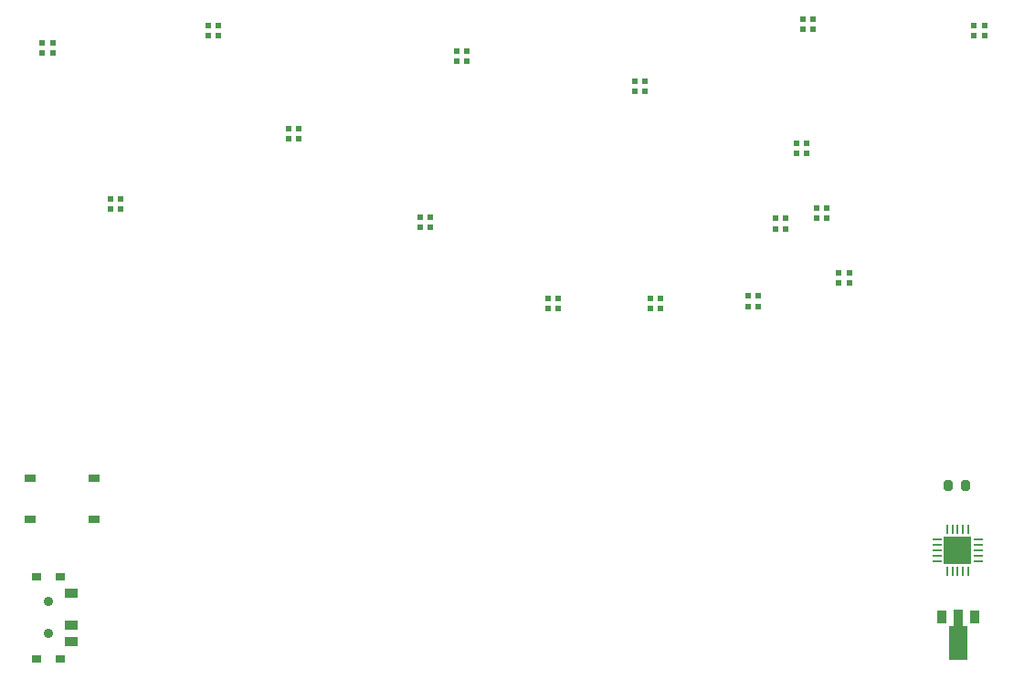
<source format=gbr>
%TF.GenerationSoftware,KiCad,Pcbnew,7.0.6*%
%TF.CreationDate,2023-11-12T21:40:01+01:00*%
%TF.ProjectId,Julkort,4a756c6b-6f72-4742-9e6b-696361645f70,rev?*%
%TF.SameCoordinates,Original*%
%TF.FileFunction,Soldermask,Top*%
%TF.FilePolarity,Negative*%
%FSLAX46Y46*%
G04 Gerber Fmt 4.6, Leading zero omitted, Abs format (unit mm)*
G04 Created by KiCad (PCBNEW 7.0.6) date 2023-11-12 21:40:01*
%MOMM*%
%LPD*%
G01*
G04 APERTURE LIST*
G04 Aperture macros list*
%AMRoundRect*
0 Rectangle with rounded corners*
0 $1 Rounding radius*
0 $2 $3 $4 $5 $6 $7 $8 $9 X,Y pos of 4 corners*
0 Add a 4 corners polygon primitive as box body*
4,1,4,$2,$3,$4,$5,$6,$7,$8,$9,$2,$3,0*
0 Add four circle primitives for the rounded corners*
1,1,$1+$1,$2,$3*
1,1,$1+$1,$4,$5*
1,1,$1+$1,$6,$7*
1,1,$1+$1,$8,$9*
0 Add four rect primitives between the rounded corners*
20,1,$1+$1,$2,$3,$4,$5,0*
20,1,$1+$1,$4,$5,$6,$7,0*
20,1,$1+$1,$6,$7,$8,$9,0*
20,1,$1+$1,$8,$9,$2,$3,0*%
%AMFreePoly0*
4,1,9,3.862500,-0.866500,0.737500,-0.866500,0.737500,-0.450000,-0.737500,-0.450000,-0.737500,0.450000,0.737500,0.450000,0.737500,0.866500,3.862500,0.866500,3.862500,-0.866500,3.862500,-0.866500,$1*%
G04 Aperture macros list end*
%ADD10R,0.550000X0.550000*%
%ADD11RoundRect,0.200000X0.200000X0.275000X-0.200000X0.275000X-0.200000X-0.275000X0.200000X-0.275000X0*%
%ADD12R,0.900000X1.300000*%
%ADD13FreePoly0,270.000000*%
%ADD14C,0.900000*%
%ADD15R,1.200000X0.900000*%
%ADD16R,0.900000X0.800000*%
%ADD17RoundRect,0.062500X-0.350000X-0.062500X0.350000X-0.062500X0.350000X0.062500X-0.350000X0.062500X0*%
%ADD18RoundRect,0.062500X-0.062500X-0.350000X0.062500X-0.350000X0.062500X0.350000X-0.062500X0.350000X0*%
%ADD19R,2.500000X2.500000*%
%ADD20R,1.000000X0.750000*%
G04 APERTURE END LIST*
D10*
%TO.C,D14*%
X148545075Y-87094201D03*
X149495075Y-87094201D03*
X149495075Y-86144201D03*
X148545075Y-86144201D03*
%TD*%
%TO.C,D12*%
X144063947Y-101264957D03*
X145013947Y-101264957D03*
X145013947Y-100314957D03*
X144063947Y-100314957D03*
%TD*%
D11*
%TO.C,R1*%
X164269654Y-117873176D03*
X162619654Y-117873176D03*
%TD*%
D12*
%TO.C,U2*%
X165054247Y-130104485D03*
D13*
X163554247Y-130191985D03*
D12*
X162054247Y-130104485D03*
%TD*%
D14*
%TO.C,J1*%
X79224644Y-128639317D03*
X79224644Y-131639317D03*
D15*
X81374644Y-127889317D03*
X81357246Y-130844155D03*
X81374644Y-132389317D03*
D16*
X80324644Y-126339317D03*
X80324644Y-133939317D03*
X78124644Y-133939317D03*
X78124644Y-126339317D03*
%TD*%
D10*
%TO.C,D9*%
X113655595Y-93955523D03*
X114605595Y-93955523D03*
X114605595Y-93005523D03*
X113655595Y-93005523D03*
%TD*%
%TO.C,D2*%
X149178278Y-75573155D03*
X150128278Y-75573155D03*
X150128278Y-74623155D03*
X149178278Y-74623155D03*
%TD*%
%TO.C,D15*%
X150389617Y-93081466D03*
X151339617Y-93081466D03*
X151339617Y-92131466D03*
X150389617Y-92131466D03*
%TD*%
%TO.C,D8*%
X101460621Y-85721700D03*
X102410621Y-85721700D03*
X102410621Y-84771700D03*
X101460621Y-84771700D03*
%TD*%
D17*
%TO.C,U1*%
X161572910Y-122922699D03*
X161572910Y-123422699D03*
X161572910Y-123922699D03*
X161572910Y-124422699D03*
X161572910Y-124922699D03*
D18*
X162510410Y-125860199D03*
X163010410Y-125860199D03*
X163510410Y-125860199D03*
X164010410Y-125860199D03*
X164510410Y-125860199D03*
D17*
X165447910Y-124922699D03*
X165447910Y-124422699D03*
X165447910Y-123922699D03*
X165447910Y-123422699D03*
X165447910Y-122922699D03*
D18*
X164510410Y-121985199D03*
X164010410Y-121985199D03*
X163510410Y-121985199D03*
X163010410Y-121985199D03*
X162510410Y-121985199D03*
D19*
X163510410Y-123922699D03*
%TD*%
D10*
%TO.C,D3*%
X133595128Y-81352600D03*
X134545128Y-81352600D03*
X134545128Y-80402600D03*
X133595128Y-80402600D03*
%TD*%
%TO.C,D5*%
X94018551Y-76135598D03*
X94968551Y-76135598D03*
X94968551Y-75185598D03*
X94018551Y-75185598D03*
%TD*%
%TO.C,D10*%
X125554939Y-101446800D03*
X126504939Y-101446800D03*
X126504939Y-100496800D03*
X125554939Y-100496800D03*
%TD*%
%TO.C,D1*%
X165018092Y-76186875D03*
X165968092Y-76186875D03*
X165968092Y-75236875D03*
X165018092Y-75236875D03*
%TD*%
D20*
%TO.C,S1*%
X77499405Y-117249277D03*
X83499405Y-117249277D03*
X77499405Y-120999277D03*
X83499405Y-120999277D03*
%TD*%
D10*
%TO.C,D7*%
X84977863Y-92253432D03*
X85927863Y-92253432D03*
X85927863Y-91303432D03*
X84977863Y-91303432D03*
%TD*%
%TO.C,D13*%
X146580928Y-94068768D03*
X147530928Y-94068768D03*
X147530928Y-93118768D03*
X146580928Y-93118768D03*
%TD*%
%TO.C,D4*%
X117066637Y-78532412D03*
X118016637Y-78532412D03*
X118016637Y-77582412D03*
X117066637Y-77582412D03*
%TD*%
%TO.C,D6*%
X78673571Y-77735787D03*
X79623571Y-77735787D03*
X79623571Y-76785787D03*
X78673571Y-76785787D03*
%TD*%
%TO.C,D16*%
X152500158Y-99108820D03*
X153450158Y-99108820D03*
X153450158Y-98158820D03*
X152500158Y-98158820D03*
%TD*%
%TO.C,D11*%
X135004275Y-101485766D03*
X135954275Y-101485766D03*
X135954275Y-100535766D03*
X135004275Y-100535766D03*
%TD*%
M02*

</source>
